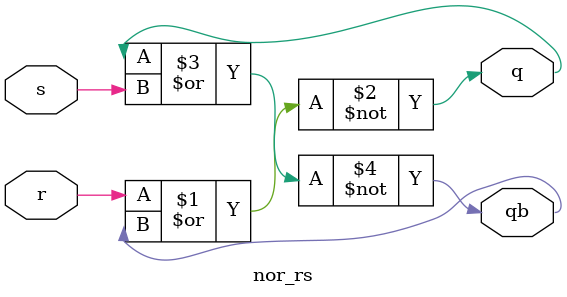
<source format=v>
module nor_rs(q,qb,r,s); 
//declare ports
    output q,qb; 
    input r,s; 
    
//test logic    
nor #1 n1(q,r,qb); //nor gate library, 1 unit delay, name of gate(in/out ports).
nor #1 n2(qb,q,s); //out first, input next SYNTAX IMPORTANT!!

endmodule
</source>
